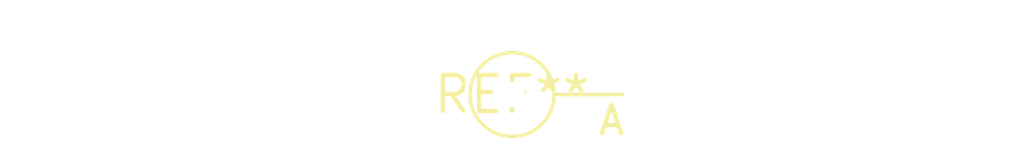
<source format=kicad_pcb>
(kicad_pcb (version 20240108) (generator pcbnew)
  (layers (0 "F.Cu" signal) (31 "B.Cu" signal) (34 "B.Paste" user) (35 "F.Paste" user) (36 "B.SilkS" user "B.Silkscreen") (37 "F.SilkS" user "F.Silkscreen") (38 "B.Mask" user) (39 "F.Mask" user) (44 "Edge.Cuts" user))
  (net 0 "")
  (footprint "D_A-405_P5.08mm_Vertical_AnodeUp" (layer "F.Cu") (at 0 0)
    (property "Reference" "REF**")
    (property "Value" "D_A-405_P5.08mm_Vertical_AnodeUp")
    (fp_line (start 1.47 0) (end 3.88 0) (layer "F.SilkS") (stroke (width 0.12)))
    (fp_circle (center 0 0) (end 1.47 0) (layer "F.SilkS") (stroke (width 0.12)) (fill none))
    (fp_text user "A" (at 3.48 0.9 0) (layer "F.SilkS"))
    (pad "1" thru_hole rect (at 0 0) (size 1.8 1.8) (drill 0.9) (layers *.Cu *.Mask) (remove_unused_layers))
    (pad "2" thru_hole oval (at 5.08 0) (size 1.8 1.8) (drill 0.9) (layers *.Cu *.Mask) (remove_unused_layers))
  )
)
</source>
